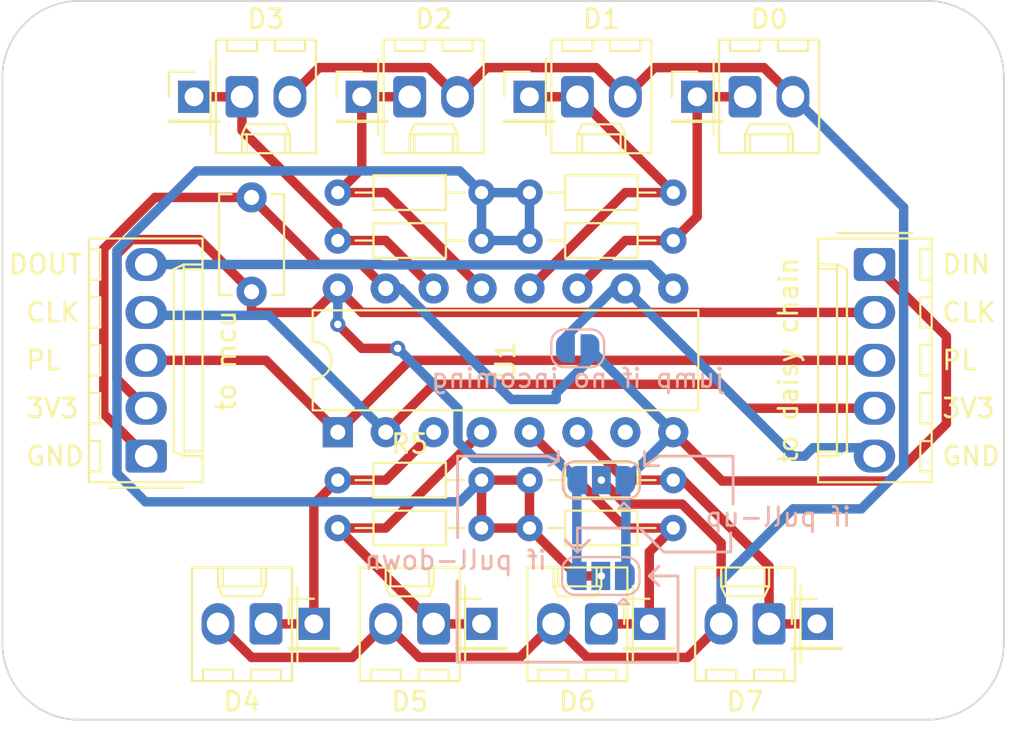
<source format=kicad_pcb>
(kicad_pcb (version 20221018) (generator pcbnew)
  (layers (0 "F.Cu" signal) (31 "B.Cu" signal) (34 "B.Paste" user) (35 "F.Paste" user) (36 "B.SilkS" user "B.Silkscreen") (37 "F.SilkS" user "F.Silkscreen") (38 "B.Mask" user) (39 "F.Mask" user) (44 "Edge.Cuts" user))
  (net 0 "")
  (net 1 "GND")
  (net 2 "Net-(U1-~{PL})")
  (net 3 "Net-(U1-CP)")
  (net 4 "Net-(U1-Q7)")
  (net 6 "Net-(U1-VCC)")
  (net 7 "Net-(U1-DS)")
  (net 8 "Net-(resistorSide1-Pin_2)")
  (net 9 "Net-(D0-Pin_2)")
  (net 10 "Net-(D0-Pin_1)")
  (net 11 "Net-(D1-Pin_1)")
  (net 12 "Net-(D2-Pin_1)")
  (net 13 "Net-(D3-Pin_1)")
  (net 14 "Net-(D4-Pin_1)")
  (net 15 "Net-(D5-Pin_1)")
  (net 16 "Net-(D6-Pin_1)")
  (net 17 "Net-(D7-Pin_1)")
  (footprint "Connector_PinHeader_2.54mm:PinHeader_1x01_P2.54mm_Vertical" (layer "F.Cu") (at 195.58 86.36)
    (fp_text reference "J17" hide)
    (fp_text value "Conn_01x01_Pin" hide)
    (pad "1" thru_hole rect (at 0 0) (size 1.7 1.7) (drill 1) (layers "*.Cu" "*.Mask") (net 17 "Net-(D7-Pin_1)"))
  )
  (footprint "Connector_Molex:Molex_KK-254_AE-6410-02A_1x02_P2.54mm_Vertical" (layer "F.Cu") (at 166.37 86.36 180)
    (fp_text reference "D4" (at 1.27 -4.12) (layer "F.SilkS"))
    (fp_text value "Conn_01x02_Pin" hide)
    (pad "1" thru_hole roundrect (at 0 0 180) (size 1.74 2.19) (drill 1.19) (layers "*.Cu" "*.Mask") (roundrect_rratio 0.1436781609) (net 14 "Net-(D4-Pin_1)"))
    (pad "2" thru_hole oval (at 2.54 0 180) (size 1.74 2.19) (drill 1.19) (layers "*.Cu" "*.Mask") (net 9 "Net-(D0-Pin_2)"))
  )
  (footprint "Resistor_THT:R_Axial_DIN0204_L3.6mm_D1.6mm_P7.62mm_Horizontal" (layer "F.Cu") (at 170.18 63.5)
    (fp_text reference "R3" hide)
    (fp_text value "4.7k")
    (pad "1" thru_hole circle (at 0 0) (size 1.4 1.4) (drill 0.7) (layers "*.Cu" "*.Mask") (net 12 "Net-(D2-Pin_1)"))
    (pad "2" thru_hole oval (at 7.62 0) (size 1.4 1.4) (drill 0.7) (layers "*.Cu" "*.Mask") (net 8 "Net-(resistorSide1-Pin_2)"))
  )
  (footprint "Resistor_THT:R_Axial_DIN0204_L3.6mm_D1.6mm_P7.62mm_Horizontal" (layer "F.Cu") (at 170.18 78.74)
    (fp_text reference "R5" (at 3.81 -1.92) (layer "F.SilkS"))
    (fp_text value "4.7k")
    (pad "1" thru_hole circle (at 0 0) (size 1.4 1.4) (drill 0.7) (layers "*.Cu" "*.Mask") (net 14 "Net-(D4-Pin_1)"))
    (pad "2" thru_hole oval (at 7.62 0) (size 1.4 1.4) (drill 0.7) (layers "*.Cu" "*.Mask") (net 8 "Net-(resistorSide1-Pin_2)"))
  )
  (footprint "Connector_Molex:Molex_KK-254_AE-6410-02A_1x02_P2.54mm_Vertical" (layer "F.Cu") (at 182.88 58.42)
    (fp_text reference "D1" (at 1.27 -4.12) (layer "F.SilkS"))
    (fp_text value "Conn_01x02_Pin" hide)
    (pad "1" thru_hole roundrect (at 0 0) (size 1.74 2.19) (drill 1.19) (layers "*.Cu" "*.Mask") (roundrect_rratio 0.1436781609) (net 11 "Net-(D1-Pin_1)"))
    (pad "2" thru_hole oval (at 2.54 0) (size 1.74 2.19) (drill 1.19) (layers "*.Cu" "*.Mask") (net 9 "Net-(D0-Pin_2)"))
  )
  (footprint "Resistor_THT:R_Axial_DIN0204_L3.6mm_D1.6mm_P7.62mm_Horizontal" (layer "F.Cu") (at 170.18 81.28)
    (fp_text reference "R6" hide)
    (fp_text value "4.7k")
    (pad "1" thru_hole circle (at 0 0) (size 1.4 1.4) (drill 0.7) (layers "*.Cu" "*.Mask") (net 15 "Net-(D5-Pin_1)"))
    (pad "2" thru_hole oval (at 7.62 0) (size 1.4 1.4) (drill 0.7) (layers "*.Cu" "*.Mask") (net 8 "Net-(resistorSide1-Pin_2)"))
  )
  (footprint "Connector_Molex:Molex_KK-254_AE-6410-02A_1x02_P2.54mm_Vertical" (layer "F.Cu") (at 193.04 86.36 180)
    (fp_text reference "D7" (at 1.27 -4.12) (layer "F.SilkS"))
    (fp_text value "Conn_01x02_Pin" hide)
    (pad "1" thru_hole roundrect (at 0 0 180) (size 1.74 2.19) (drill 1.19) (layers "*.Cu" "*.Mask") (roundrect_rratio 0.1436781609) (net 17 "Net-(D7-Pin_1)"))
    (pad "2" thru_hole oval (at 2.54 0 180) (size 1.74 2.19) (drill 1.19) (layers "*.Cu" "*.Mask") (net 9 "Net-(D0-Pin_2)"))
  )
  (footprint "MountingHole:MountingHole_3.2mm_M3" (layer "F.Cu") (at 157.422 57.376)
    (fp_text reference "H2" hide)
    (fp_text value "MountingHole")
    (pad "" np_thru_hole circle (at 0 0) (size 3.2 3.2) (drill 3.2) (layers "*.Cu" "*.Mask"))
  )
  (footprint "Connector_PinHeader_2.54mm:PinHeader_1x01_P2.54mm_Vertical" (layer "F.Cu") (at 168.91 86.36)
    (fp_text reference "J14" hide)
    (fp_text value "Conn_01x01_Pin" hide)
    (pad "1" thru_hole rect (at 0 0) (size 1.7 1.7) (drill 1) (layers "*.Cu" "*.Mask") (net 14 "Net-(D4-Pin_1)"))
  )
  (footprint "Connector_Molex:Molex_KK-254_AE-6410-02A_1x02_P2.54mm_Vertical" (layer "F.Cu") (at 165.1 58.42)
    (fp_text reference "D3" (at 1.27 -4.12) (layer "F.SilkS"))
    (fp_text value "Conn_01x02_Pin" hide)
    (pad "1" thru_hole roundrect (at 0 0) (size 1.74 2.19) (drill 1.19) (layers "*.Cu" "*.Mask") (roundrect_rratio 0.1436781609) (net 13 "Net-(D3-Pin_1)"))
    (pad "2" thru_hole oval (at 2.54 0) (size 1.74 2.19) (drill 1.19) (layers "*.Cu" "*.Mask") (net 9 "Net-(D0-Pin_2)"))
  )
  (footprint "Connector_Molex:Molex_KK-254_AE-6410-02A_1x02_P2.54mm_Vertical" (layer "F.Cu") (at 175.26 86.36 180)
    (fp_text reference "D5" (at 1.27 -4.12) (layer "F.SilkS"))
    (fp_text value "Conn_01x02_Pin" hide)
    (pad "1" thru_hole roundrect (at 0 0 180) (size 1.74 2.19) (drill 1.19) (layers "*.Cu" "*.Mask") (roundrect_rratio 0.1436781609) (net 15 "Net-(D5-Pin_1)"))
    (pad "2" thru_hole oval (at 2.54 0 180) (size 1.74 2.19) (drill 1.19) (layers "*.Cu" "*.Mask") (net 9 "Net-(D0-Pin_2)"))
  )
  (footprint "Resistor_THT:R_Axial_DIN0204_L3.6mm_D1.6mm_P7.62mm_Horizontal" (layer "F.Cu") (at 187.96 81.28 180)
    (fp_text reference "R7" hide)
    (fp_text value "4.7k")
    (pad "1" thru_hole circle (at 0 0 180) (size 1.4 1.4) (drill 0.7) (layers "*.Cu" "*.Mask") (net 16 "Net-(D6-Pin_1)"))
    (pad "2" thru_hole oval (at 7.62 0 180) (size 1.4 1.4) (drill 0.7) (layers "*.Cu" "*.Mask") (net 8 "Net-(resistorSide1-Pin_2)"))
  )
  (footprint "Connector_PinHeader_2.54mm:PinHeader_1x01_P2.54mm_Vertical" (layer "F.Cu") (at 171.45 58.42)
    (fp_text reference "J12" hide)
    (fp_text value "Conn_01x01_Pin" hide)
    (pad "1" thru_hole rect (at 0 0) (size 1.7 1.7) (drill 1) (layers "*.Cu" "*.Mask") (net 12 "Net-(D2-Pin_1)"))
  )
  (footprint "Connector_Molex:Molex_KK-254_AE-6410-02A_1x02_P2.54mm_Vertical" (layer "F.Cu") (at 184.15 86.36 180)
    (fp_text reference "D6" (at 1.27 -4.12) (layer "F.SilkS"))
    (fp_text value "Conn_01x02_Pin" hide)
    (pad "1" thru_hole roundrect (at 0 0 180) (size 1.74 2.19) (drill 1.19) (layers "*.Cu" "*.Mask") (roundrect_rratio 0.1436781609) (net 16 "Net-(D6-Pin_1)"))
    (pad "2" thru_hole oval (at 2.54 0 180) (size 1.74 2.19) (drill 1.19) (layers "*.Cu" "*.Mask") (net 9 "Net-(D0-Pin_2)"))
  )
  (footprint "Connector_PinHeader_2.54mm:PinHeader_1x01_P2.54mm_Vertical" (layer "F.Cu") (at 177.8 86.36)
    (fp_text reference "J15" hide)
    (fp_text value "Conn_01x01_Pin" hide)
    (pad "1" thru_hole rect (at 0 0) (size 1.7 1.7) (drill 1) (layers "*.Cu" "*.Mask") (net 15 "Net-(D5-Pin_1)"))
  )
  (footprint "Resistor_THT:R_Axial_DIN0204_L3.6mm_D1.6mm_P7.62mm_Horizontal" (layer "F.Cu") (at 170.18 66.04)
    (fp_text reference "R4" hide)
    (fp_text value "4.7k")
    (pad "1" thru_hole circle (at 0 0) (size 1.4 1.4) (drill 0.7) (layers "*.Cu" "*.Mask") (net 13 "Net-(D3-Pin_1)"))
    (pad "2" thru_hole oval (at 7.62 0) (size 1.4 1.4) (drill 0.7) (layers "*.Cu" "*.Mask") (net 8 "Net-(resistorSide1-Pin_2)"))
  )
  (footprint "Connector_PinHeader_2.54mm:PinHeader_1x01_P2.54mm_Vertical" (layer "F.Cu") (at 186.69 86.36)
    (fp_text reference "J16" hide)
    (fp_text value "Conn_01x01_Pin" hide)
    (pad "1" thru_hole rect (at 0 0) (size 1.7 1.7) (drill 1) (layers "*.Cu" "*.Mask") (net 16 "Net-(D6-Pin_1)"))
  )
  (footprint "Resistor_THT:R_Axial_DIN0204_L3.6mm_D1.6mm_P7.62mm_Horizontal" (layer "F.Cu") (at 187.96 63.5 180)
    (fp_text reference "R2" hide)
    (fp_text value "4.7k")
    (pad "1" thru_hole circle (at 0 0 180) (size 1.4 1.4) (drill 0.7) (layers "*.Cu" "*.Mask") (net 11 "Net-(D1-Pin_1)"))
    (pad "2" thru_hole oval (at 7.62 0 180) (size 1.4 1.4) (drill 0.7) (layers "*.Cu" "*.Mask") (net 8 "Net-(resistorSide1-Pin_2)"))
  )
  (footprint "Connector_Molex:Molex_KK-254_AE-6410-05A_1x05_P2.54mm_Vertical" (layer "F.Cu") (at 198.628 67.31 -90)
    (fp_text reference "toDaisyChain1" hide)
    (fp_text value "Conn_01x05_Pin" hide)
    (pad "1" thru_hole roundrect (at 0 0 270) (size 1.74 2.19) (drill 1.19) (layers "*.Cu" "*.Mask") (roundrect_rratio 0.1436781609) (net 1 "GND"))
    (pad "2" thru_hole oval (at 2.54 0 270) (size 1.74 2.19) (drill 1.19) (layers "*.Cu" "*.Mask") (net 6 "Net-(U1-VCC)"))
    (pad "3" thru_hole oval (at 5.08 0 270) (size 1.74 2.19) (drill 1.19) (layers "*.Cu" "*.Mask") (net 2 "Net-(U1-~{PL})"))
    (pad "4" thru_hole oval (at 7.62 0 270) (size 1.74 2.19) (drill 1.19) (layers "*.Cu" "*.Mask") (net 3 "Net-(U1-CP)"))
    (pad "5" thru_hole oval (at 10.16 0 270) (size 1.74 2.19) (drill 1.19) (layers "*.Cu" "*.Mask") (net 7 "Net-(U1-DS)"))
  )
  (footprint "Connector_PinHeader_2.54mm:PinHeader_1x01_P2.54mm_Vertical" (layer "F.Cu") (at 189.23 58.42)
    (fp_text reference "J10" hide)
    (fp_text value "Conn_01x01_Pin" hide)
    (pad "1" thru_hole rect (at 0 0) (size 1.7 1.7) (drill 1) (layers "*.Cu" "*.Mask") (net 10 "Net-(D0-Pin_1)"))
  )
  (footprint "Connector_PinHeader_2.54mm:PinHeader_1x01_P2.54mm_Vertical" (layer "F.Cu") (at 162.56 58.42)
    (fp_text reference "J13" hide)
    (fp_text value "Conn_01x01_Pin" hide)
    (pad "1" thru_hole rect (at 0 0) (size 1.7 1.7) (drill 1) (layers "*.Cu" "*.Mask") (net 13 "Net-(D3-Pin_1)"))
  )
  (footprint "Connector_Molex:Molex_KK-254_AE-6410-02A_1x02_P2.54mm_Vertical" (layer "F.Cu") (at 173.99 58.42)
    (fp_text reference "D2" (at 1.27 -4.12) (layer "F.SilkS"))
    (fp_text value "Conn_01x02_Pin" hide)
    (pad "1" thru_hole roundrect (at 0 0) (size 1.74 2.19) (drill 1.19) (layers "*.Cu" "*.Mask") (roundrect_rratio 0.1436781609) (net 12 "Net-(D2-Pin_1)"))
    (pad "2" thru_hole oval (at 2.54 0) (size 1.74 2.19) (drill 1.19) (layers "*.Cu" "*.Mask") (net 9 "Net-(D0-Pin_2)"))
  )
  (footprint "MountingHole:MountingHole_3.2mm_M3" (layer "F.Cu") (at 201.422 87.376)
    (fp_text reference "H1" hide)
    (fp_text value "MountingHole")
    (pad "" np_thru_hole circle (at 0 0) (size 3.2 3.2) (drill 3.2) (layers "*.Cu" "*.Mask"))
  )
  (footprint "Resistor_THT:R_Axial_DIN0204_L3.6mm_D1.6mm_P7.62mm_Horizontal" (layer "F.Cu") (at 187.96 78.74 180)
    (fp_text reference "R8" hide)
    (fp_text value "4.7k")
    (pad "1" thru_hole circle (at 0 0 180) (size 1.4 1.4) (drill 0.7) (layers "*.Cu" "*.Mask") (net 17 "Net-(D7-Pin_1)"))
    (pad "2" thru_hole oval (at 7.62 0 180) (size 1.4 1.4) (drill 0.7) (layers "*.Cu" "*.Mask") (net 8 "Net-(resistorSide1-Pin_2)"))
  )
  (footprint "Connector_Molex:Molex_KK-254_AE-6410-05A_1x05_P2.54mm_Vertical" (layer "F.Cu") (at 160.02 77.47 90)
    (fp_text reference "toMCU1" hide)
    (fp_text value "Conn_01x05_Pin" hide)
    (pad "1" thru_hole roundrect (at 0 0 90) (size 1.74 2.19) (drill 1.19) (layers "*.Cu" "*.Mask") (roundrect_rratio 0.1436781609) (net 1 "GND"))
    (pad "2" thru_hole oval (at 2.54 0 90) (size 1.74 2.19) (drill 1.19) (layers "*.Cu" "*.Mask") (net 6 "Net-(U1-VCC)"))
    (pad "3" thru_hole oval (at 5.08 0 90) (size 1.74 2.19) (drill 1.19) (layers "*.Cu" "*.Mask") (net 2 "Net-(U1-~{PL})"))
    (pad "4" thru_hole oval (at 7.62 0 90) (size 1.74 2.19) (drill 1.19) (layers "*.Cu" "*.Mask") (net 3 "Net-(U1-CP)"))
    (pad "5" thru_hole oval (at 10.16 0 90) (size 1.74 2.19) (drill 1.19) (layers "*.Cu" "*.Mask") (net 4 "Net-(U1-Q7)"))
  )
  (footprint "Resistor_THT:R_Axial_DIN0204_L3.6mm_D1.6mm_P7.62mm_Horizontal" (layer "F.Cu") (at 187.96 66.04 180)
    (fp_text reference "R1" hide)
    (fp_text value "4.7k")
    (pad "1" thru_hole circle (at 0 0 180) (size 1.4 1.4) (drill 0.7) (layers "*.Cu" "*.Mask") (net 10 "Net-(D0-Pin_1)"))
    (pad "2" thru_hole oval (at 7.62 0 180) (size 1.4 1.4) (drill 0.7) (layers "*.Cu" "*.Mask") (net 8 "Net-(resistorSide1-Pin_2)"))
  )
  (footprint "MountingHole:MountingHole_3.2mm_M3" (layer "F.Cu") (at 201.422 57.376)
    (fp_text reference "H3" hide)
    (fp_text value "MountingHole")
    (pad "" np_thru_hole circle (at 0 0) (size 3.2 3.2) (drill 3.2) (layers "*.Cu" "*.Mask"))
  )
  (footprint "Capacitor_THT:C_Disc_D5.1mm_W3.2mm_P5.00mm" (layer "F.Cu") (at 165.608 68.754 90)
    (fp_text reference "C1" hide)
    (fp_text value "C")
    (pad "1" thru_hole circle (at 0 0 90) (size 1.6 1.6) (drill 0.8) (layers "*.Cu" "*.Mask") (net 6 "Net-(U1-VCC)"))
    (pad "2" thru_hole circle (at 5 0 90) (size 1.6 1.6) (drill 0.8) (layers "*.Cu" "*.Mask") (net 1 "GND"))
  )
  (footprint "Connector_PinHeader_2.54mm:PinHeader_1x01_P2.54mm_Vertical" (layer "F.Cu") (at 180.34 58.42)
    (fp_text reference "J11" hide)
    (fp_text value "Conn_01x01_Pin" hide)
    (pad "1" thru_hole rect (at 0 0) (size 1.7 1.7) (drill 1) (layers "*.Cu" "*.Mask") (net 11 "Net-(D1-Pin_1)"))
  )
  (footprint "Connector_Molex:Molex_KK-254_AE-6410-02A_1x02_P2.54mm_Vertical" (layer "F.Cu") (at 191.77 58.42)
    (fp_text reference "D0" (at 1.27 -4.12 180) (layer "F.SilkS"))
    (fp_text value "Conn_01x02_Pin" hide)
    (pad "1" thru_hole roundrect (at 0 0) (size 1.74 2.19) (drill 1.19) (layers "*.Cu" "*.Mask") (roundrect_rratio 0.1436781609) (net 10 "Net-(D0-Pin_1)"))
    (pad "2" thru_hole oval (at 2.54 0) (size 1.74 2.19) (drill 1.19) (layers "*.Cu" "*.Mask") (net 9 "Net-(D0-Pin_2)"))
  )
  (footprint "Package_DIP:DIP-16_W7.62mm" (layer "F.Cu") (at 170.18 76.2 90)
    (fp_text reference "U1" (at 3.81 8.89 90) (layer "F.SilkS"))
    (fp_text value "74HC165")
    (pad "1" thru_hole rect locked (at 0 0 90) (size 1.6 1.6) (drill 0.8) (layers "*.Cu" "*.Mask") (net 2 "Net-(U1-~{PL})"))
    (pad "2" thru_hole oval locked (at 0 2.54 90) (size 1.6 1.6) (drill 0.8) (layers "*.Cu" "*.Mask") (net 3 "Net-(U1-CP)"))
    (pad "3" thru_hole oval locked (at 0 5.08 90) (size 1.6 1.6) (drill 0.8) (layers "*.Cu" "*.Mask") (net 14 "Net-(D4-Pin_1)"))
    (pad "4" thru_hole oval locked (at 0 7.62 90) (size 1.6 1.6) (drill 0.8) (layers "*.Cu" "*.Mask") (net 15 "Net-(D5-Pin_1)"))
    (pad "5" thru_hole oval locked (at 0 10.16 90) (size 1.6 1.6) (drill 0.8) (layers "*.Cu" "*.Mask") (net 16 "Net-(D6-Pin_1)"))
    (pad "6" thru_hole oval locked (at 0 12.7 90) (size 1.6 1.6) (drill 0.8) (layers "*.Cu" "*.Mask") (net 17 "Net-(D7-Pin_1)"))
    (pad "7" thru_hole oval locked (at 0 15.24 90) (size 1.6 1.6) (drill 0.8) (layers "*.Cu" "*.Mask"))
    (pad "8" thru_hole oval locked (at 0 17.78 90) (size 1.6 1.6) (drill 0.8) (layers "*.Cu" "*.Mask") (net 1 "GND"))
    (pad "9" thru_hole oval locked (at 7.62 17.78 90) (size 1.6 1.6) (drill 0.8) (layers "*.Cu" "*.Mask") (net 4 "Net-(U1-Q7)"))
    (pad "10" thru_hole oval locked (at 7.62 15.24 90) (size 1.6 1.6) (drill 0.8) (layers "*.Cu" "*.Mask") (net 7 "Net-(U1-DS)"))
    (pad "11" thru_hole oval locked (at 7.62 12.7 90) (size 1.6 1.6) (drill 0.8) (layers "*.Cu" "*.Mask") (net 10 "Net-(D0-Pin_1)"))
    (pad "12" thru_hole oval locked (at 7.62 10.16 90) (size 1.6 1.6) (drill 0.8) (layers "*.Cu" "*.Mask") (net 11 "Net-(D1-Pin_1)"))
    (pad "13" thru_hole oval locked (at 7.62 7.62 90) (size 1.6 1.6) (drill 0.8) (layers "*.Cu" "*.Mask") (net 12 "Net-(D2-Pin_1)"))
    (pad "14" thru_hole oval locked (at 7.62 5.08 90) (size 1.6 1.6) (drill 0.8) (layers "*.Cu" "*.Mask") (net 13 "Net-(D3-Pin_1)"))
    (pad "15" thru_hole oval locked (at 7.62 2.54 90) (size 1.6 1.6) (drill 0.8) (layers "*.Cu" "*.Mask") (net 1 "GND"))
    (pad "16" thru_hole oval locked (at 7.62 0 90) (size 1.6 1.6) (drill 0.8) (layers "*.Cu" "*.Mask") (net 6 "Net-(U1-VCC)"))
  )
  (footprint "MountingHole:MountingHole_3.2mm_M3" (layer "F.Cu") (at 157.422 87.376)
    (fp_text reference "H4" hide)
    (fp_text value "MountingHole")
    (pad "" np_thru_hole circle (at 0 0) (size 3.2 3.2) (drill 3.2) (layers "*.Cu" "*.Mask"))
  )
  (footprint "Jumper:SolderJumper-2_P1.3mm_Open_RoundedPad1.0x1.5mm" (layer "B.Cu") (at 182.895 71.755 180)
    (fp_text reference "jumpIfNoIncoming1" hide)
    (fp_text value "Conn_01x02_Pin" hide)
    (pad "1" smd custom (at -0.65 0 180) (size 1 0.5) (layers "B.Cu" "B.Mask") (net 1 "GND") (options (clearance outline) (anchor rect)) (primitives (gr_circle (center 0 -0.25) (end 0.5 -0.25) (width 0) (fill yes)) (gr_circle (center 0 0.25) (end 0.5 0.25) (width 0) (fill yes)) (gr_poly (pts (xy 0.5 -0.75) (xy 0 -0.75) (xy 0 0.75) (xy 0.5 0.75)) (width 0) (fill yes))))
    (pad "2" smd custom (at 0.65 0 180) (size 1 0.5) (layers "B.Cu" "B.Mask") (net 7 "Net-(U1-DS)") (options (clearance outline) (anchor rect)) (primitives (gr_circle (center 0 -0.25) (end 0.5 -0.25) (width 0) (fill yes)) (gr_circle (center 0 0.25) (end 0.5 0.25) (width 0) (fill yes)) (gr_poly (pts (xy 0 -0.75) (xy -0.5 -0.75) (xy -0.5 0.75) (xy 0 0.75)) (width 0) (fill yes))))
  )
  (footprint "Jumper:SolderJumper-3_P1.3mm_Open_RoundedPad1.0x1.5mm" (layer "B.Cu") (at 184.12 83.82 180)
    (fp_text reference "resistorSide1" hide)
    (fp_text value "Conn_01x03_Pin" hide)
    (pad "1" smd custom (at -1.3 0 180) (size 1 0.5) (layers "B.Cu" "B.Mask") (net 1 "GND") (options (clearance outline) (anchor rect)) (primitives (gr_circle (center 0 -0.25) (end 0.5 -0.25) (width 0) (fill yes)) (gr_circle (center 0 0.25) (end 0.5 0.25) (width 0) (fill yes)) (gr_poly (pts (xy 0.55 -0.75) (xy 0 -0.75) (xy 0 0.75) (xy 0.55 0.75)) (width 0) (fill yes))))
    (pad "2" smd rect (at 0 0 180) (size 1 1.5) (layers "B.Cu" "B.Mask") (net 8 "Net-(resistorSide1-Pin_2)"))
    (pad "3" smd custom (at 1.3 0 180) (size 1 0.5) (layers "B.Cu" "B.Mask") (net 6 "Net-(U1-VCC)") (options (clearance outline) (anchor rect)) (primitives (gr_circle (center 0 -0.25) (end 0.5 -0.25) (width 0) (fill yes)) (gr_circle (center 0 0.25) (end 0.5 0.25) (width 0) (fill yes)) (gr_poly (pts (xy 0 -0.75) (xy -0.55 -0.75) (xy -0.55 0.75) (xy 0 0.75)) (width 0) (fill yes))))
  )
  (footprint "Jumper:SolderJumper-3_P1.3mm_Open_RoundedPad1.0x1.5mm" (layer "B.Cu") (at 184.15 78.74 180)
    (fp_text reference "connectorSide1" hide)
    (fp_text value "Conn_01x03_Pin" hide)
    (pad "1" smd custom (at -1.3 0 180) (size 1 0.5) (layers "B.Cu" "B.Mask") (net 1 "GND") (options (clearance outline) (anchor rect)) (primitives (gr_circle (center 0 -0.25) (end 0.5 -0.25) (width 0) (fill yes)) (gr_circle (center 0 0.25) (end 0.5 0.25) (width 0) (fill yes)) (gr_poly (pts (xy 0.55 -0.75) (xy 0 -0.75) (xy 0 0.75) (xy 0.55 0.75)) (width 0) (fill yes))))
    (pad "2" smd rect (at 0 0 180) (size 1 1.5) (layers "B.Cu" "B.Mask") (net 9 "Net-(D0-Pin_2)"))
    (pad "3" smd custom (at 1.3 0 180) (size 1 0.5) (layers "B.Cu" "B.Mask") (net 6 "Net-(U1-VCC)") (options (clearance outline) (anchor rect)) (primitives (gr_circle (center 0 -0.25) (end 0.5 -0.25) (width 0) (fill yes)) (gr_circle (center 0 0.25) (end 0.5 0.25) (width 0) (fill yes)) (gr_poly (pts (xy 0 -0.75) (xy -0.55 -0.75) (xy -0.55 0.75) (xy 0 0.75)) (width 0) (fill yes))))
  )
  (gr_line (start 182.88 82.55) (end 183.515 81.915) (stroke (width 0.15)) (layer "B.SilkS"))
  (gr_line (start 186.436 77.978) (end 187.198 77.47) (stroke (width 0.15)) (layer "B.SilkS"))
  (gr_line (start 187.198 84.328) (end 186.69 83.82) (stroke (width 0.15)) (layer "B.SilkS"))
  (gr_line (start 182.245 81.915) (end 182.88 82.55) (stroke (width 0.15)) (layer "B.SilkS"))
  (gr_line (start 191.008 82.55) (end 191.008 81.534) (stroke (width 0.15)) (layer "B.SilkS"))
  (gr_line (start 181.2925 77.47) (end 176.53 77.47) (stroke (width 0.15)) (layer "B.SilkS"))
  (gr_line (start 186.69 83.82) (end 187.198 83.312) (stroke (width 0.15)) (layer "B.SilkS"))
  (gr_line (start 181.864 77.216) (end 181.864 77.724) (stroke (width 0.15)) (layer "B.SilkS"))
  (gr_line (start 186.436 77.978) (end 186.436 77.216) (stroke (width 0.15)) (layer "B.SilkS"))
  (gr_line (start 182.88 82.55) (end 182.245 81.915) (stroke (width 0.15)) (layer "B.SilkS"))
  (gr_line (start 188.214 83.82) (end 186.69 83.82) (stroke (width 0.15)) (layer "B.SilkS"))
  (gr_line (start 182.88 81.28) (end 182.88 82.423) (stroke (width 0.15)) (layer "B.SilkS"))
  (gr_line (start 181.356 77.978) (end 181.864 77.724) (stroke (width 0.15)) (layer "B.SilkS"))
  (gr_line (start 182.88 81.28) (end 186.182 81.28) (stroke (width 0.15)) (layer "B.SilkS"))
  (gr_line (start 187.452 82.55) (end 191.008 82.55) (stroke (width 0.15)) (layer "B.SilkS"))
  (gr_line (start 176.5 84.074) (end 176.5 88.392) (stroke (width 0.15)) (layer "B.SilkS"))
  (gr_line (start 188.214 88.392) (end 188.214 83.82) (stroke (width 0.15)) (layer "B.SilkS"))
  (gr_line (start 186.182 81.28) (end 187.452 82.55) (stroke (width 0.15)) (layer "B.SilkS"))
  (gr_line (start 181.864 77.724) (end 181.864 77.216) (stroke (width 0.15)) (layer "B.SilkS"))
  (gr_line (start 181.2925 77.47) (end 181.864 77.724) (stroke (width 0.15)) (layer "B.SilkS"))
  (gr_line (start 191.135 80.01) (end 191.135 77.47) (stroke (width 0.15)) (layer "B.SilkS"))
  (gr_line (start 176.53 81.788) (end 176.53 77.47) (stroke (width 0.15)) (layer "B.SilkS"))
  (gr_line (start 191.135 77.47) (end 187.198 77.47) (stroke (width 0.15)) (layer "B.SilkS"))
  (gr_line (start 176.5 88.392) (end 188.214 88.392) (stroke (width 0.15)) (layer "B.SilkS"))
  (gr_line (start 187.198 83.312) (end 186.69 83.82) (stroke (width 0.15)) (layer "B.SilkS"))
  (gr_line (start 186.436 77.978) (end 187.198 77.978) (stroke (width 0.15)) (layer "B.SilkS"))
  (gr_line (start 156.464 91.44) (end 201.422 91.44) (stroke (width 0.1)) (layer "Edge.Cuts"))
  (gr_line (start 201.422 53.34) (end 156.464 53.34) (stroke (width 0.1)) (layer "Edge.Cuts"))
  (gr_arc (start 156.464 91.44) (mid 153.590318 90.249682) (end 152.4 87.376) (stroke (width 0.1)) (layer "Edge.Cuts"))
  (gr_arc (start 205.486 87.376) (mid 204.295682 90.249682) (end 201.422 91.44) (stroke (width 0.1)) (layer "Edge.Cuts"))
  (gr_line (start 152.4 57.404) (end 152.4 87.376) (stroke (width 0.1)) (layer "Edge.Cuts"))
  (gr_arc (start 152.4 57.404) (mid 153.590318 54.530318) (end 156.464 53.34) (stroke (width 0.1)) (layer "Edge.Cuts"))
  (gr_arc (start 201.422 53.34) (mid 204.295682 54.530318) (end 205.486 57.404) (stroke (width 0.1)) (layer "Edge.Cuts"))
  (gr_line (start 205.486 87.376) (end 205.486 57.404) (stroke (width 0.1)) (layer "Edge.Cuts"))
  (gr_text "if pull-up" (at 197.485 81.28) (layer "B.SilkS") (effects (font (size 1 1)) (justify left bottom mirror)))
  (gr_text "jump if no incoming" (at 190.754 73.914) (layer "B.SilkS") (effects (font (size 1 1)) (justify left bottom mirror)))
  (gr_text "if pull-down" (at 181.356 83.566) (layer "B.SilkS") (effects (font (size 1 1)) (justify left bottom mirror)))
  (gr_text "3V3" (at 153.566 74.93) (layer "F.SilkS") (effects (font (size 1 1)) (justify left)))
  (gr_text "to daisy chain" (at 194.056 72.39 90) (layer "F.SilkS") (effects (font (size 1 1))))
  (gr_text "PL" (at 153.566 72.39) (layer "F.SilkS") (effects (font (size 1 1)) (justify left)))
  (gr_text "to mcu" (at 164.846 75.184 90) (layer "F.SilkS") (effects (font (size 1 1)) (justify left bottom)))
  (gr_text "CLK" (at 202.128 69.85) (layer "F.SilkS") (effects (font (size 1 1)) (justify left)))
  (gr_text "GND" (at 202.128 77.47) (layer "F.SilkS") (effects (font (size 1 1)) (justify left)))
  (gr_text "DIN" (at 202.128 67.31) (layer "F.SilkS") (effects (font (size 1 1)) (justify left)))
  (gr_text "GND" (at 153.566 77.47) (layer "F.SilkS") (effects (font (size 1 1)) (justify left)))
  (gr_text "PL" (at 202.128 72.39) (layer "F.SilkS") (effects (font (size 1 1)) (justify left)))
  (gr_text "3V3" (at 202.128 74.93) (layer "F.SilkS") (effects (font (size 1 1)) (justify left)))
  (gr_text "CLK" (at 153.566 69.85) (layer "F.SilkS") (effects (font (size 1 1)) (justify left)))
  (gr_text "DOUT" (at 152.654 67.31) (layer "F.SilkS") (effects (font (size 1 1)) (justify left)))
  (segment (start 157.775 75.225) (end 157.775 66.473288) (width 0.5) (layer "F.Cu") (net 1))
  (segment (start 157.775 66.473288) (end 160.494288 63.754) (width 0.5) (layer "F.Cu") (net 1))
  (segment (start 202.438 71.12) (end 198.628 67.31) (width 0.5) (layer "F.Cu") (net 1))
  (segment (start 160.02 77.47) (end 157.775 75.225) (width 0.5) (layer "F.Cu") (net 1))
  (segment (start 190.55 78.79) (end 199.399762 78.79) (width 0.5) (layer "F.Cu") (net 1))
  (segment (start 202.438 75.751762) (end 202.438 71.12) (width 0.5) (layer "F.Cu") (net 1))
  (segment (start 172.72 68.58) (end 171.45 67.31) (width 0.5) (layer "F.Cu") (net 1))
  (segment (start 160.494288 63.754) (end 165.608 63.754) (width 0.5) (layer "F.Cu") (net 1))
  (segment (start 199.399762 78.79) (end 202.438 75.751762) (width 0.5) (layer "F.Cu") (net 1))
  (segment (start 187.96 76.2) (end 190.55 78.79) (width 0.5) (layer "F.Cu") (net 1))
  (segment (start 171.45 67.31) (end 169.164 67.31) (width 0.5) (layer "F.Cu") (net 1))
  (segment (start 165.608 63.754) (end 169.164 67.31) (width 0.5) (layer "F.Cu") (net 1))
  (segment (start 181.755 74.131396) (end 183.545 72.341396) (width 0.5) (layer "B.Cu") (net 1))
  (segment (start 183.545 71.755) (end 183.545 71.785) (width 0.5) (layer "B.Cu") (net 1))
  (segment (start 173.492233 68.58) (end 172.72 68.58) (width 0.5) (layer "B.Cu") (net 1))
  (segment (start 179.377233 74.465) (end 173.492233 68.58) (width 0.5) (layer "B.Cu") (net 1))
  (segment (start 183.545 71.785) (end 187.96 76.2) (width 0.5) (layer "B.Cu") (net 1))
  (segment (start 181.755 74.465) (end 179.377233 74.465) (width 0.5) (layer "B.Cu") (net 1))
  (segment (start 183.545 72.341396) (end 183.545 71.755) (width 0.5) (layer "B.Cu") (net 1))
  (segment (start 185.45 83.79) (end 185.45 78.74) (width 0.5) (layer "B.Cu") (net 1))
  (segment (start 187.96 76.2) (end 187.96 76.23) (width 0.5) (layer "B.Cu") (net 1))
  (segment (start 185.42 83.82) (end 185.45 83.79) (width 0.5) (layer "B.Cu") (net 1))
  (segment (start 187.96 76.23) (end 185.45 78.74) (width 0.5) (layer "B.Cu") (net 1))
  (segment (start 181.755 74.465) (end 181.755 74.131396) (width 0.5) (layer "B.Cu") (net 1))
  (segment (start 166.37 72.39) (end 170.18 76.2) (width 0.5) (layer "F.Cu") (net 2))
  (segment (start 170.18 76.2) (end 173.99 72.39) (width 0.5) (layer "F.Cu") (net 2))
  (segment (start 160.02 72.39) (end 166.37 72.39) (width 0.5) (layer "F.Cu") (net 2))
  (segment (start 173.99 72.39) (end 198.628 72.39) (width 0.5) (layer "F.Cu") (net 2))
  (segment (start 191.77 74.93) (end 198.628 74.93) (width 0.5) (layer "F.Cu") (net 3))
  (segment (start 172.72 76.2) (end 175.26 73.66) (width 0.5) (layer "F.Cu") (net 3))
  (segment (start 175.26 73.66) (end 190.5 73.66) (width 0.5) (layer "F.Cu") (net 3))
  (segment (start 190.5 73.66) (end 191.77 74.93) (width 0.5) (layer "F.Cu") (net 3))
  (segment (start 160.174 70.004) (end 166.524 70.004) (width 0.5) (layer "B.Cu") (net 3))
  (segment (start 166.524 70.004) (end 172.72 76.2) (width 0.5) (layer "B.Cu") (net 3))
  (segment (start 160.02 69.85) (end 160.174 70.004) (width 0.5) (layer "B.Cu") (net 3))
  (segment (start 187.96 68.58) (end 186.71 67.33) (width 0.5) (layer "B.Cu") (net 4))
  (segment (start 186.71 67.33) (end 172.466 67.33) (width 0.5) (layer "B.Cu") (net 4))
  (segment (start 172.446 67.31) (end 172.466 67.33) (width 0.5) (layer "B.Cu") (net 4))
  (segment (start 160.02 67.31) (end 172.446 67.31) (width 0.5) (layer "B.Cu") (net 4))
  (segment (start 162.844 65.99) (end 165.608 68.754) (width 0.5) (layer "F.Cu") (net 6))
  (segment (start 159.248238 65.99) (end 162.844 65.99) (width 0.5) (layer "F.Cu") (net 6))
  (segment (start 158.475 73.385) (end 158.475 66.763238) (width 0.5) (layer "F.Cu") (net 6))
  (segment (start 171.45 71.755) (end 170.18 70.485) (width 0.5) (layer "F.Cu") (net 6))
  (segment (start 170.18 68.58) (end 168.91 69.85) (width 0.5) (layer "F.Cu") (net 6))
  (segment (start 170.18 68.58) (end 171.45 69.85) (width 0.5) (layer "F.Cu") (net 6))
  (segment (start 173.355 71.755) (end 171.45 71.755) (width 0.5) (layer "F.Cu") (net 6))
  (segment (start 165.608 69.85) (end 165.608 68.754) (width 0.5) (layer "F.Cu") (net 6))
  (segment (start 168.91 69.85) (end 165.608 69.85) (width 0.5) (layer "F.Cu") (net 6))
  (segment (start 160.02 74.93) (end 158.475 73.385) (width 0.5) (layer "F.Cu") (net 6))
  (segment (start 158.475 66.763238) (end 159.248238 65.99) (width 0.5) (layer "F.Cu") (net 6))
  (segment (start 171.45 69.85) (end 198.628 69.85) (width 0.5) (layer "F.Cu") (net 6))
  (via (at 170.18 70.485) (size 0.8) (drill 0.4) (layers "F.Cu" "B.Cu") (net 6))
  (via (at 173.355 71.755) (size 0.8) (drill 0.4) (layers "F.Cu" "B.Cu") (net 6))
  (segment (start 173.355 71.755) (end 176.55 74.95) (width 0.5) (layer "B.Cu") (net 6))
  (segment (start 177.422233 77.59) (end 181.689059 77.59) (width 0.5) (layer "B.Cu") (net 6))
  (segment (start 182.85 83.79) (end 182.85 78.74) (width 0.5) (layer "B.Cu") (net 6))
  (segment (start 170.18 70.485) (end 170.18 68.58) (width 0.5) (layer "B.Cu") (net 6))
  (segment (start 181.689059 77.59) (end 182.839059 78.74) (width 0.5) (layer "B.Cu") (net 6))
  (segment (start 182.82 83.82) (end 182.85 83.79) (width 0.5) (layer "B.Cu") (net 6))
  (segment (start 182.839059 78.74) (end 182.85 78.74) (width 0.5) (layer "B.Cu") (net 6))
  (segment (start 176.55 76.717767) (end 177.422233 77.59) (width 0.5) (layer "B.Cu") (net 6))
  (segment (start 176.55 74.95) (end 176.55 76.717767) (width 0.5) (layer "B.Cu") (net 6))
  (segment (start 195.371 77.024) (end 198.182 77.024) (width 0.5) (layer "B.Cu") (net 7))
  (segment (start 194.31 77.47) (end 185.42 68.58) (width 0.5) (layer "B.Cu") (net 7))
  (segment (start 194.925 77.47) (end 194.31 77.47) (width 0.5) (layer "B.Cu") (net 7))
  (segment (start 198.182 77.024) (end 198.628 77.47) (width 0.5) (layer "B.Cu") (net 7))
  (segment (start 182.245 71.168604) (end 184.833604 68.58) (width 0.5) (layer "B.Cu") (net 7))
  (segment (start 184.833604 68.58) (end 185.42 68.58) (width 0.5) (layer "B.Cu") (net 7))
  (segment (start 182.245 71.755) (end 182.245 71.168604) (width 0.5) (layer "B.Cu") (net 7))
  (segment (start 194.925 77.47) (end 195.371 77.024) (width 0.5) (layer "B.Cu") (net 7))
  (segment (start 182.88 83.82) (end 180.34 81.28) (width 0.5) (layer "F.Cu") (net 8))
  (segment (start 184.15 83.82) (end 182.88 83.82) (width 0.5) (layer "F.Cu") (net 8))
  (segment (start 177.8 78.74) (end 180.34 78.74) (width 0.5) (layer "F.Cu") (net 8))
  (segment (start 180.34 78.74) (end 180.34 81.28) (width 0.5) (layer "F.Cu") (net 8))
  (segment (start 180.34 81.28) (end 177.8 81.28) (width 0.5) (layer "F.Cu") (net 8))
  (segment (start 177.8 78.74) (end 177.8 81.28) (width 0.5) (layer "F.Cu") (net 8))
  (via (at 184.15 83.82) (size 0.8) (drill 0.4) (layers "F.Cu" "B.Cu") (net 8))
  (segment (start 184.12 83.82) (end 184.15 83.82) (width 0.25) (layer "B.Cu") (net 8))
  (segment (start 176.65 62.35) (end 162.69 62.35) (width 0.5) (layer "B.Cu") (net 8))
  (segment (start 158.475 78.379949) (end 159.985051 79.89) (width 0.5) (layer "B.Cu") (net 8))
  (segment (start 162.69 62.35) (end 158.475 66.565) (width 0.5) (layer "B.Cu") (net 8))
  (segment (start 180.34 66.04) (end 180.34 63.5) (width 0.5) (layer "B.Cu") (net 8))
  (segment (start 159.985051 79.89) (end 176.65 79.89) (width 0.5) (layer "B.Cu") (net 8))
  (segment (start 177.8 63.5) (end 180.34 63.5) (width 0.5) (layer "B.Cu") (net 8))
  (segment (start 176.65 79.89) (end 177.8 78.74) (width 0.5) (layer "B.Cu") (net 8))
  (segment (start 177.8 63.5) (end 177.8 66.04) (width 0.5) (layer "B.Cu") (net 8))
  (segment (start 158.475 66.565) (end 158.475 78.379949) (width 0.5) (layer "B.Cu") (net 8))
  (segment (start 177.8 66.04) (end 180.34 66.04) (width 0.5) (layer "B.Cu") (net 8))
  (segment (start 177.8 63.5) (end 176.65 62.35) (width 0.5) (layer "B.Cu") (net 8))
  (segment (start 172.72 86.36) (end 170.942 88.138) (width 0.5) (layer "F.Cu") (net 9))
  (segment (start 183.388 88.138) (end 181.61 86.36) (width 0.5) (layer "F.Cu") (net 9))
  (segment (start 174.498 88.138) (end 172.72 86.36) (width 0.5) (layer "F.Cu") (net 9))
  (segment (start 192.765 56.875) (end 194.31 58.42) (width 0.5) (layer "F.Cu") (net 9))
  (segment (start 176.53 58.42) (end 178.075 56.875) (width 0.5) (layer "F.Cu") (net 9))
  (segment (start 185.42 58.42) (end 186.965 56.875) (width 0.5) (layer "F.Cu") (net 9))
  (segment (start 183.875 56.875) (end 185.42 58.42) (width 0.5) (layer "F.Cu") (net 9))
  (segment (start 181.61 86.36) (end 179.832 88.138) (width 0.5) (layer "F.Cu") (net 9))
  (segment (start 178.075 56.875) (end 183.875 56.875) (width 0.5) (layer "F.Cu") (net 9))
  (segment (start 174.985 56.875) (end 176.53 58.42) (width 0.5) (layer "F.Cu") (net 9))
  (segment (start 186.965 56.875) (end 192.765 56.875) (width 0.5) (layer "F.Cu") (net 9))
  (segment (start 170.942 88.138) (end 165.608 88.138) (width 0.5) (layer "F.Cu") (net 9))
  (segment (start 167.64 58.42) (end 169.185 56.875) (width 0.5) (layer "F.Cu") (net 9))
  (segment (start 165.608 88.138) (end 163.83 86.36) (width 0.5) (layer "F.Cu") (net 9))
  (segment (start 184.15 78.74) (end 185.42 80.01) (width 0.5) (layer "F.Cu") (net 9))
  (segment (start 179.832 88.138) (end 174.498 88.138) (width 0.5) (layer "F.Cu") (net 9))
  (segment (start 190.5 86.36) (end 188.722 88.138) (width 0.5) (layer "F.Cu") (net 9))
  (segment (start 169.185 56.875) (end 174.985 56.875) (width 0.5) (layer "F.Cu") (net 9))
  (segment (start 190.5 82.079216) (end 190.5 86.36) (width 0.5) (layer "F.Cu") (net 9))
  (segment (start 188.722 88.138) (end 183.388 88.138) (width 0.5) (layer "F.Cu") (net 9))
  (segment (start 185.42 80.01) (end 188.430784 80.01) (width 0.5) (layer "F.Cu") (net 9))
  (segment (start 188.430784 80.01) (end 190.5 82.079216) (width 0.5) (layer "F.Cu") (net 9))
  (via (at 184.15 78.74) (size 0.8) (drill 0.4) (layers "F.Cu" "B.Cu") (net 9))
  (segment (start 194.31 80.264) (end 197.925762 80.264) (width 0.5) (layer "B.Cu") (net 9))
  (segment (start 190.5 84.074) (end 194.31 80.264) (width 0.5) (layer "B.Cu") (net 9))
  (segment (start 190.5 86.36) (end 190.5 84.074) (width 0.5) (layer "B.Cu") (net 9))
  (segment (start 197.925762 80.264) (end 200.173 78.016762) (width 0.5) (layer "B.Cu") (net 9))
  (segment (start 200.173 78.016762) (end 200.173 64.283) (width 0.5) (layer "B.Cu") (net 9))
  (segment (start 200.173 64.283) (end 194.31 58.42) (width 0.5) (layer "B.Cu") (net 9))
  (segment (start 189.23 58.42) (end 189.23 64.77) (width 0.5) (layer "F.Cu") (net 10))
  (segment (start 189.23 58.42) (end 191.77 58.42) (width 0.5) (layer "F.Cu") (net 10))
  (segment (start 189.23 64.77) (end 187.96 66.04) (width 0.5) (layer "F.Cu") (net 10))
  (segment (start 185.42 66.04) (end 182.88 68.58) (width 0.5) (layer "F.Cu") (net 10))
  (segment (start 187.96 66.04) (end 185.42 66.04) (width 0.5) (layer "F.Cu") (net 10))
  (segment (start 182.88 58.42) (end 187.96 63.5) (width 0.5) (layer "F.Cu") (net 11))
  (segment (start 185.42 63.5) (end 180.34 68.58) (width 0.5) (layer "F.Cu") (net 11))
  (segment (start 187.96 63.5) (end 185.42 63.5) (width 0.5) (layer "F.Cu") (net 11))
  (segment (start 180.34 58.42) (end 182.88 58.42) (width 0.5) (layer "F.Cu") (net 11))
  (segment (start 170.18 63.5) (end 172.72 63.5) (width 0.5) (layer "F.Cu") (net 12))
  (segment (start 171.45 58.42) (end 171.45 62.23) (width 0.5) (layer "F.Cu") (net 12))
  (segment (start 171.45 62.23) (end 170.18 63.5) (width 0.5) (layer "F.Cu") (net 12))
  (segment (start 171.45 58.42) (end 173.99 58.42) (width 0.5) (layer "F.Cu") (net 12))
  (segment (start 172.72 63.5) (end 177.8 68.58) (width 0.5) (layer "F.Cu") (net 12))
  (segment (start 165.1 60.198) (end 170.18 65.278) (width 0.5) (layer "F.Cu") (net 13))
  (segment (start 172.72 66.04) (end 175.26 68.58) (width 0.5) (layer "F.Cu") (net 13))
  (segment (start 170.18 65.278) (end 170.18 66.04) (width 0.5) (layer "F.Cu") (net 13))
  (segment (start 170.18 66.04) (end 172.72 66.04) (width 0.5) (layer "F.Cu") (net 13))
  (segment (start 165.1 58.42) (end 165.1 60.198) (width 0.5) (layer "F.Cu") (net 13))
  (segment (start 162.56 58.42) (end 165.1 58.42) (width 0.5) (layer "F.Cu") (net 13))
  (segment (start 172.72 78.74) (end 175.26 76.2) (width 0.5) (layer "F.Cu") (net 14))
  (segment (start 170.18 78.74) (end 172.72 78.74) (width 0.5) (layer "F.Cu") (net 14))
  (segment (start 166.37 86.36) (end 168.91 86.36) (width 0.5) (layer "F.Cu") (net 14))
  (segment (start 168.91 80.01) (end 168.91 86.36) (width 0.5) (layer "F.Cu") (net 14))
  (segment (start 170.18 78.74) (end 168.91 80.01) (width 0.5) (layer "F.Cu") (net 14))
  (segment (start 175.26 86.36) (end 170.18 81.28) (width 0.5) (layer "F.Cu") (net 15))
  (segment (start 177.8 76.2) (end 172.72 81.28) (width 0.5) (layer "F.Cu") (net 15))
  (segment (start 175.26 86.36) (end 177.8 86.36) (width 0.5) (layer "F.Cu") (net 15))
  (segment (start 172.72 81.28) (end 170.18 81.28) (width 0.5) (layer "F.Cu") (net 15))
  (segment (start 186.69 82.55) (end 187.96 81.28) (width 0.5) (layer "F.Cu") (net 16))
  (segment (start 186.69 86.36) (end 186.69 82.55) (width 0.5) (layer "F.Cu") (net 16))
  (segment (start 184.15 86.36) (end 186.69 86.36) (width 0.5) (layer "F.Cu") (net 16))
  (segment (start 185.42 81.28) (end 187.96 81.28) (width 0.5) (layer "F.Cu") (net 16))
  (segment (start 180.34 76.2) (end 185.42 81.28) (width 0.5) (layer "F.Cu") (net 16))
  (segment (start 185.42 78.74) (end 182.88 76.2) (width 0.5) (layer "F.Cu") (net 17))
  (segment (start 193.04 86.36) (end 193.04 83.312) (width 0.5) (layer "F.Cu") (net 17))
  (segment (start 188.468 78.74) (end 187.96 78.74) (width 0.5) (layer "F.Cu") (net 17))
  (segment (start 193.04 86.36) (end 195.58 86.36) (width 0.5) (layer "F.Cu") (net 17))
  (segment (start 193.04 83.312) (end 188.468 78.74) (width 0.5) (layer "F.Cu") (net 17))
  (segment (start 187.96 78.74) (end 185.42 78.74) (width 0.5) (layer "F.Cu") (net 17))
)
</source>
